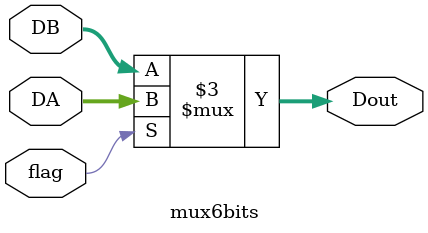
<source format=v>
module mux6bits (DA, DB, Dout, flag);
	input [5:0] DA, DB;
	input flag;
	output reg [5:0] Dout;
	
	always @(*) begin
		if(flag)
			Dout = DA;
		else 
			Dout = DB;
	end

endmodule
</source>
